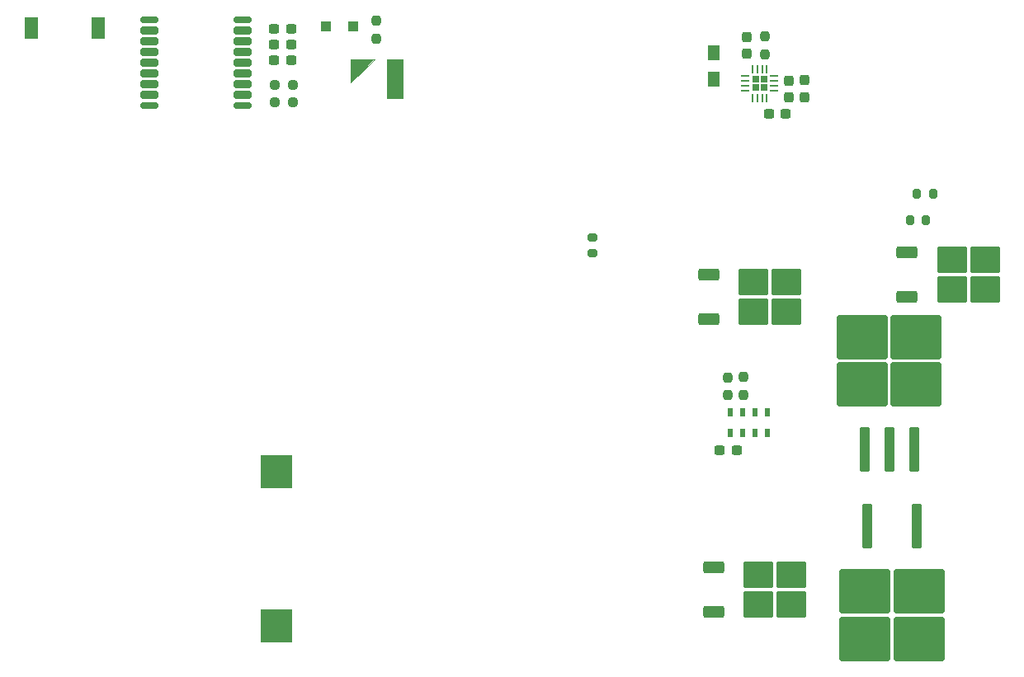
<source format=gtp>
G04 #@! TF.GenerationSoftware,KiCad,Pcbnew,8.0.1*
G04 #@! TF.CreationDate,2025-04-08T18:27:35-04:00*
G04 #@! TF.ProjectId,GHOUL_V1.0,47484f55-4c5f-4563-912e-302e6b696361,rev?*
G04 #@! TF.SameCoordinates,Original*
G04 #@! TF.FileFunction,Paste,Top*
G04 #@! TF.FilePolarity,Positive*
%FSLAX46Y46*%
G04 Gerber Fmt 4.6, Leading zero omitted, Abs format (unit mm)*
G04 Created by KiCad (PCBNEW 8.0.1) date 2025-04-08 18:27:35*
%MOMM*%
%LPD*%
G01*
G04 APERTURE LIST*
G04 Aperture macros list*
%AMRoundRect*
0 Rectangle with rounded corners*
0 $1 Rounding radius*
0 $2 $3 $4 $5 $6 $7 $8 $9 X,Y pos of 4 corners*
0 Add a 4 corners polygon primitive as box body*
4,1,4,$2,$3,$4,$5,$6,$7,$8,$9,$2,$3,0*
0 Add four circle primitives for the rounded corners*
1,1,$1+$1,$2,$3*
1,1,$1+$1,$4,$5*
1,1,$1+$1,$6,$7*
1,1,$1+$1,$8,$9*
0 Add four rect primitives between the rounded corners*
20,1,$1+$1,$2,$3,$4,$5,0*
20,1,$1+$1,$4,$5,$6,$7,0*
20,1,$1+$1,$6,$7,$8,$9,0*
20,1,$1+$1,$8,$9,$2,$3,0*%
G04 Aperture macros list end*
%ADD10C,0.000100*%
%ADD11R,3.300000X3.500000*%
%ADD12RoundRect,0.237500X0.237500X-0.250000X0.237500X0.250000X-0.237500X0.250000X-0.237500X-0.250000X0*%
%ADD13RoundRect,0.237500X-0.237500X0.250000X-0.237500X-0.250000X0.237500X-0.250000X0.237500X0.250000X0*%
%ADD14RoundRect,0.182500X-0.182500X-0.182500X0.182500X-0.182500X0.182500X0.182500X-0.182500X0.182500X0*%
%ADD15RoundRect,0.062500X-0.350000X-0.062500X0.350000X-0.062500X0.350000X0.062500X-0.350000X0.062500X0*%
%ADD16RoundRect,0.062500X-0.062500X-0.350000X0.062500X-0.350000X0.062500X0.350000X-0.062500X0.350000X0*%
%ADD17RoundRect,0.250000X-0.850000X-0.350000X0.850000X-0.350000X0.850000X0.350000X-0.850000X0.350000X0*%
%ADD18RoundRect,0.250000X-1.275000X-1.125000X1.275000X-1.125000X1.275000X1.125000X-1.275000X1.125000X0*%
%ADD19RoundRect,0.237500X-0.300000X-0.237500X0.300000X-0.237500X0.300000X0.237500X-0.300000X0.237500X0*%
%ADD20RoundRect,0.200000X-0.275000X0.200000X-0.275000X-0.200000X0.275000X-0.200000X0.275000X0.200000X0*%
%ADD21R,0.550000X0.950000*%
%ADD22RoundRect,0.250000X-0.300000X2.050000X-0.300000X-2.050000X0.300000X-2.050000X0.300000X2.050000X0*%
%ADD23RoundRect,0.250000X-2.375000X2.025000X-2.375000X-2.025000X2.375000X-2.025000X2.375000X2.025000X0*%
%ADD24RoundRect,0.200000X-0.200000X-0.275000X0.200000X-0.275000X0.200000X0.275000X-0.200000X0.275000X0*%
%ADD25RoundRect,0.237500X0.300000X0.237500X-0.300000X0.237500X-0.300000X-0.237500X0.300000X-0.237500X0*%
%ADD26RoundRect,0.250000X0.300000X-2.050000X0.300000X2.050000X-0.300000X2.050000X-0.300000X-2.050000X0*%
%ADD27RoundRect,0.250000X2.375000X-2.025000X2.375000X2.025000X-2.375000X2.025000X-2.375000X-2.025000X0*%
%ADD28R,1.362800X2.259800*%
%ADD29RoundRect,0.237500X-0.250000X-0.237500X0.250000X-0.237500X0.250000X0.237500X-0.250000X0.237500X0*%
%ADD30RoundRect,0.237500X0.237500X-0.300000X0.237500X0.300000X-0.237500X0.300000X-0.237500X-0.300000X0*%
%ADD31R,1.700000X4.100000*%
%ADD32RoundRect,0.250000X0.300000X0.300000X-0.300000X0.300000X-0.300000X-0.300000X0.300000X-0.300000X0*%
%ADD33R,1.200000X1.500000*%
%ADD34RoundRect,0.237500X-0.237500X0.300000X-0.237500X-0.300000X0.237500X-0.300000X0.237500X0.300000X0*%
%ADD35RoundRect,0.175000X0.725000X0.175000X-0.725000X0.175000X-0.725000X-0.175000X0.725000X-0.175000X0*%
%ADD36RoundRect,0.200000X0.700000X0.200000X-0.700000X0.200000X-0.700000X-0.200000X0.700000X-0.200000X0*%
G04 APERTURE END LIST*
D10*
X141100000Y-73500000D02*
X141100000Y-71100000D01*
X143500000Y-71100000D01*
X141100000Y-73500000D01*
G36*
X141100000Y-73500000D02*
G01*
X141100000Y-71100000D01*
X143500000Y-71100000D01*
X141100000Y-73500000D01*
G37*
D11*
X133476051Y-129256051D03*
X133476051Y-113456051D03*
D12*
X179800000Y-105612500D03*
X179800000Y-103787500D03*
D13*
X181338949Y-103746449D03*
X181338949Y-105571449D03*
D14*
X182613551Y-73186051D03*
X182613551Y-74026051D03*
X183453551Y-73186051D03*
X183453551Y-74026051D03*
D15*
X181571051Y-72856051D03*
X181571051Y-73356051D03*
X181571051Y-73856051D03*
X181571051Y-74356051D03*
D16*
X182283551Y-75068551D03*
X182783551Y-75068551D03*
X183283551Y-75068551D03*
X183783551Y-75068551D03*
D15*
X184496051Y-74356051D03*
X184496051Y-73856051D03*
X184496051Y-73356051D03*
X184496051Y-72856051D03*
D16*
X183783551Y-72143551D03*
X183283551Y-72143551D03*
X182783551Y-72143551D03*
X182283551Y-72143551D03*
D17*
X198166051Y-90926051D03*
D18*
X202791051Y-91681051D03*
X202791051Y-94731051D03*
X206141051Y-91681051D03*
X206141051Y-94731051D03*
D17*
X198166051Y-95486051D03*
D19*
X183991051Y-76716051D03*
X185716051Y-76716051D03*
D20*
X165900000Y-89375000D03*
X165900000Y-91025000D03*
D21*
X180061051Y-109491051D03*
X181311051Y-109491051D03*
X182561051Y-109491051D03*
X183811051Y-109491051D03*
X183811051Y-107341051D03*
X182561051Y-107341051D03*
X181311051Y-107341051D03*
X180061051Y-107341051D03*
D22*
X199156051Y-119036051D03*
D23*
X199391051Y-125761051D03*
X193841051Y-125761051D03*
X199391051Y-130611051D03*
X193841051Y-130611051D03*
D22*
X194076051Y-119036051D03*
D17*
X178296051Y-123286051D03*
D18*
X182921051Y-124041051D03*
X182921051Y-127091051D03*
X186271051Y-124041051D03*
X186271051Y-127091051D03*
D17*
X178296051Y-127846051D03*
D24*
X198451051Y-87616051D03*
X200101051Y-87616051D03*
D19*
X133237500Y-69600000D03*
X134962500Y-69600000D03*
D25*
X180668551Y-111296051D03*
X178943551Y-111296051D03*
D26*
X193796051Y-111206051D03*
X196336051Y-111206051D03*
D27*
X193561051Y-104481051D03*
X199111051Y-104481051D03*
X193561051Y-99631051D03*
X199111051Y-99631051D03*
D26*
X198876051Y-111206051D03*
D24*
X199175000Y-84900000D03*
X200825000Y-84900000D03*
D28*
X108274598Y-67900000D03*
X115200000Y-67900000D03*
D29*
X133287500Y-73750000D03*
X135112500Y-73750000D03*
D12*
X183546051Y-70598551D03*
X183546051Y-68773551D03*
D30*
X181746051Y-70548551D03*
X181746051Y-68823551D03*
D31*
X145650000Y-73150000D03*
D32*
X141300000Y-67700000D03*
X138500000Y-67700000D03*
D33*
X178346051Y-73136051D03*
X178346051Y-70436051D03*
D13*
X143700000Y-67187500D03*
X143700000Y-69012500D03*
D34*
X187613551Y-73263551D03*
X187613551Y-74988551D03*
D17*
X177796051Y-93256051D03*
D18*
X182421051Y-94011051D03*
X182421051Y-97061051D03*
X185771051Y-94011051D03*
X185771051Y-97061051D03*
D17*
X177796051Y-97816051D03*
D30*
X186053551Y-75016051D03*
X186053551Y-73291051D03*
D35*
X129950000Y-75900000D03*
D36*
X129950000Y-74800000D03*
X129950000Y-73700000D03*
X129950000Y-72600000D03*
X129950000Y-71500000D03*
X129950000Y-70400000D03*
X129950000Y-69300000D03*
X129950000Y-68200000D03*
D35*
X129950000Y-67100000D03*
X120450000Y-67100000D03*
D36*
X120450000Y-68200000D03*
X120450000Y-69300000D03*
X120450000Y-70400000D03*
X120450000Y-71500000D03*
X120450000Y-72600000D03*
X120450000Y-73700000D03*
X120450000Y-74800000D03*
D35*
X120450000Y-75900000D03*
D19*
X133237500Y-68000000D03*
X134962500Y-68000000D03*
D25*
X134962500Y-71200000D03*
X133237500Y-71200000D03*
D29*
X133287500Y-75500000D03*
X135112500Y-75500000D03*
M02*

</source>
